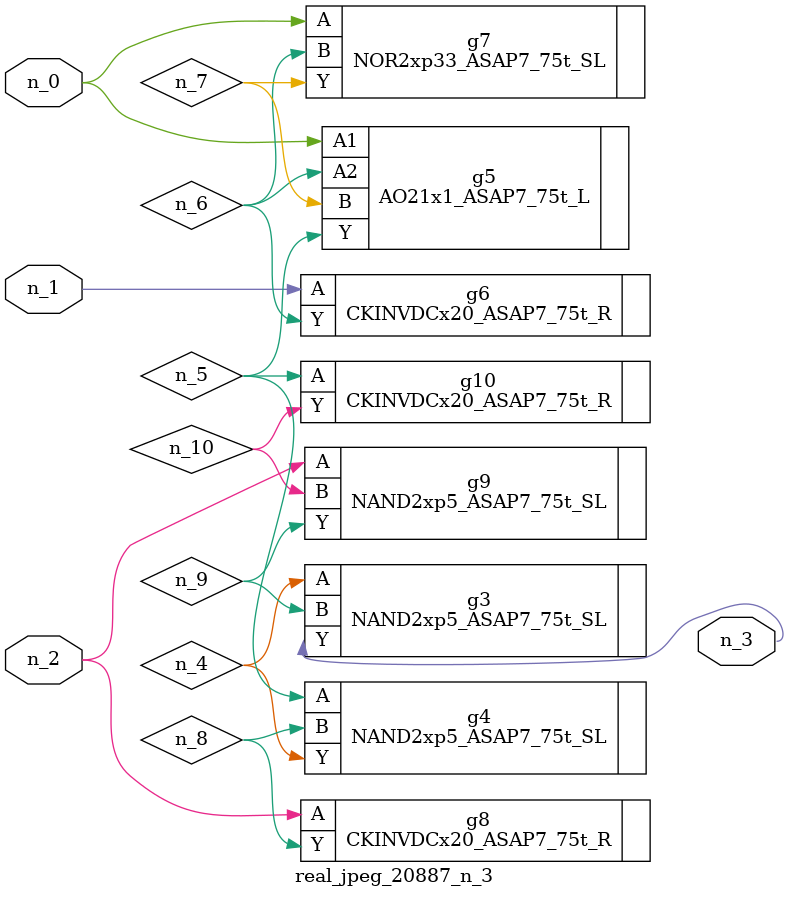
<source format=v>
module real_jpeg_20887_n_3 (n_1, n_0, n_2, n_3);

input n_1;
input n_0;
input n_2;

output n_3;

wire n_5;
wire n_4;
wire n_8;
wire n_6;
wire n_7;
wire n_10;
wire n_9;

AO21x1_ASAP7_75t_L g5 ( 
.A1(n_0),
.A2(n_6),
.B(n_7),
.Y(n_5)
);

NOR2xp33_ASAP7_75t_SL g7 ( 
.A(n_0),
.B(n_6),
.Y(n_7)
);

CKINVDCx20_ASAP7_75t_R g6 ( 
.A(n_1),
.Y(n_6)
);

CKINVDCx20_ASAP7_75t_R g8 ( 
.A(n_2),
.Y(n_8)
);

NAND2xp5_ASAP7_75t_SL g9 ( 
.A(n_2),
.B(n_10),
.Y(n_9)
);

NAND2xp5_ASAP7_75t_SL g3 ( 
.A(n_4),
.B(n_9),
.Y(n_3)
);

NAND2xp5_ASAP7_75t_SL g4 ( 
.A(n_5),
.B(n_8),
.Y(n_4)
);

CKINVDCx20_ASAP7_75t_R g10 ( 
.A(n_5),
.Y(n_10)
);


endmodule
</source>
